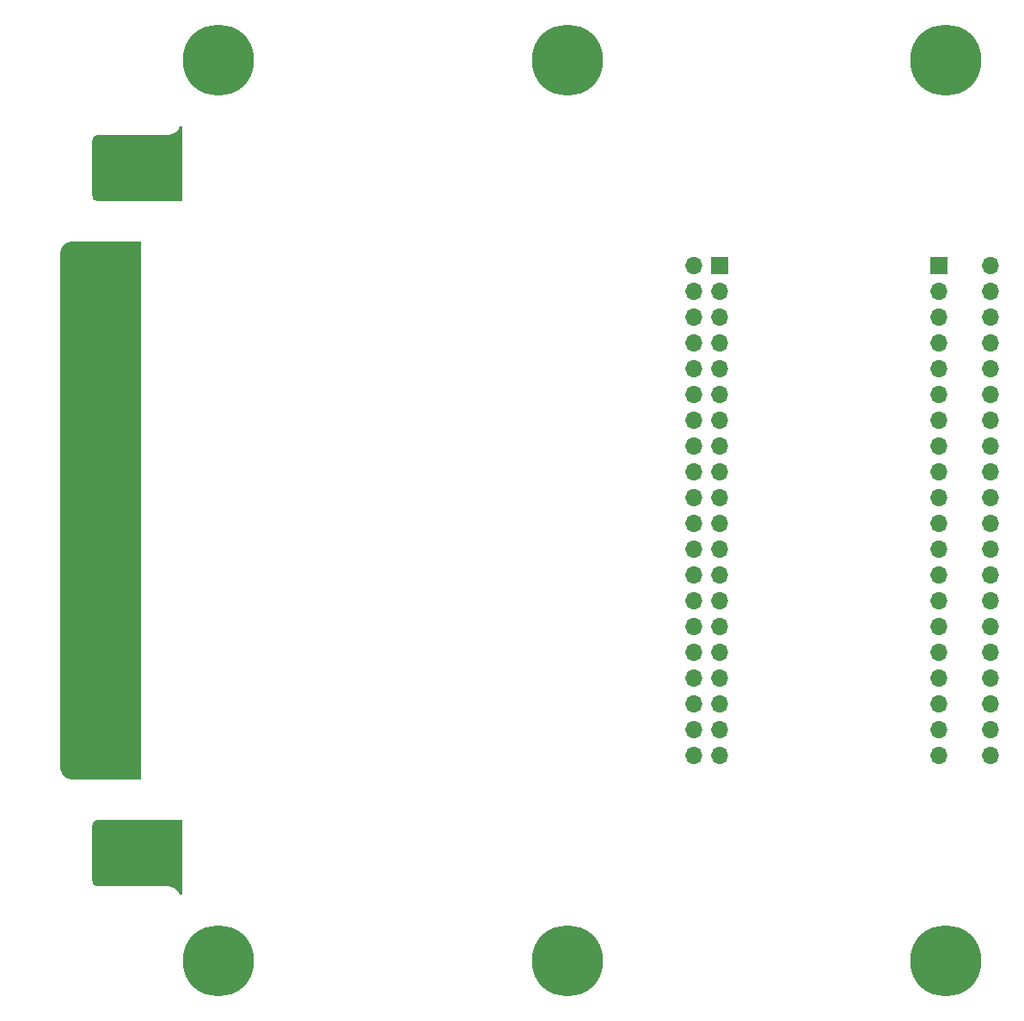
<source format=gts>
%TF.GenerationSoftware,KiCad,Pcbnew,7.0.10-7.0.10~ubuntu22.04.1*%
%TF.CreationDate,2024-01-31T00:33:20-08:00*%
%TF.ProjectId,r11,7231312e-6b69-4636-9164-5f7063625858,rev?*%
%TF.SameCoordinates,Original*%
%TF.FileFunction,Soldermask,Top*%
%TF.FilePolarity,Negative*%
%FSLAX46Y46*%
G04 Gerber Fmt 4.6, Leading zero omitted, Abs format (unit mm)*
G04 Created by KiCad (PCBNEW 7.0.10-7.0.10~ubuntu22.04.1) date 2024-01-31 00:33:20*
%MOMM*%
%LPD*%
G01*
G04 APERTURE LIST*
%ADD10R,6.350000X1.270000*%
%ADD11R,1.700000X1.700000*%
%ADD12O,1.700000X1.700000*%
%ADD13C,7.000000*%
G04 APERTURE END LIST*
D10*
%TO.C,CMALE*%
X56896000Y-42418000D03*
X56896000Y-44958000D03*
X56896000Y-47498000D03*
X56896000Y-50038000D03*
X56896000Y-52578000D03*
X56896000Y-55118000D03*
X56896000Y-57658000D03*
X56896000Y-60198000D03*
X56896000Y-62738000D03*
X56896000Y-65278000D03*
X56896000Y-67818000D03*
X56896000Y-70358000D03*
X56896000Y-72898000D03*
X56896000Y-75438000D03*
X56896000Y-77978000D03*
X56896000Y-80518000D03*
X56896000Y-83058000D03*
X56896000Y-85598000D03*
X56896000Y-88138000D03*
X56896000Y-90678000D03*
%TD*%
D11*
%TO.C,C_FEMALE*%
X139700000Y-42418000D03*
D12*
X144780000Y-42418000D03*
X139700000Y-44958000D03*
X144780000Y-44958000D03*
X139700000Y-47498000D03*
X144780000Y-47498000D03*
X139700000Y-50038000D03*
X144780000Y-50038000D03*
X139700000Y-52578000D03*
X144780000Y-52578000D03*
X139700000Y-55118000D03*
X144780000Y-55118000D03*
X139700000Y-57658000D03*
X144780000Y-57658000D03*
X139700000Y-60198000D03*
X144780000Y-60198000D03*
X139700000Y-62738000D03*
X144780000Y-62738000D03*
X139700000Y-65278000D03*
X144780000Y-65278000D03*
X139700000Y-67818000D03*
X144780000Y-67818000D03*
X139700000Y-70358000D03*
X144780000Y-70358000D03*
X139700000Y-72898000D03*
X144780000Y-72898000D03*
X139700000Y-75438000D03*
X144780000Y-75438000D03*
X139700000Y-77978000D03*
X144780000Y-77978000D03*
X139700000Y-80518000D03*
X144780000Y-80518000D03*
X139700000Y-83058000D03*
X144780000Y-83058000D03*
X139700000Y-85598000D03*
X144780000Y-85598000D03*
X139700000Y-88138000D03*
X144780000Y-88138000D03*
X139700000Y-90678000D03*
X144780000Y-90678000D03*
%TD*%
%TO.C,C_EXT*%
X115570000Y-90678000D03*
X118110000Y-90678000D03*
X115570000Y-88138000D03*
X118110000Y-88138000D03*
X115570000Y-85598000D03*
X118110000Y-85598000D03*
X115570000Y-83058000D03*
X118110000Y-83058000D03*
X115570000Y-80518000D03*
X118110000Y-80518000D03*
X115570000Y-77978000D03*
X118110000Y-77978000D03*
X115570000Y-75438000D03*
X118110000Y-75438000D03*
X115570000Y-72898000D03*
X118110000Y-72898000D03*
X115570000Y-70358000D03*
X118110000Y-70358000D03*
X115570000Y-67818000D03*
X118110000Y-67818000D03*
X115570000Y-65278000D03*
X118110000Y-65278000D03*
X115570000Y-62738000D03*
X118110000Y-62738000D03*
X115570000Y-60198000D03*
X118110000Y-60198000D03*
X115570000Y-57658000D03*
X118110000Y-57658000D03*
X115570000Y-55118000D03*
X118110000Y-55118000D03*
X115570000Y-52578000D03*
X118110000Y-52578000D03*
X115570000Y-50038000D03*
X118110000Y-50038000D03*
X115570000Y-47498000D03*
X118110000Y-47498000D03*
X115570000Y-44958000D03*
X118110000Y-44958000D03*
X115570000Y-42418000D03*
D11*
X118110000Y-42418000D03*
%TD*%
D13*
%TO.C,GND2*%
X103106000Y-22148000D03*
%TD*%
%TO.C,GND4*%
X68706000Y-110948000D03*
%TD*%
%TO.C,GND1*%
X68706000Y-22148000D03*
%TD*%
%TO.C,GND3*%
X140356000Y-22148000D03*
%TD*%
%TO.C,GND6*%
X140356000Y-110948000D03*
%TD*%
%TO.C,GND5*%
X103106000Y-110948000D03*
%TD*%
G36*
X65125454Y-28705916D02*
G01*
X65165108Y-28764807D01*
X65171000Y-28802886D01*
X65171000Y-35942000D01*
X65150998Y-36010121D01*
X65097342Y-36056614D01*
X65045000Y-36068000D01*
X62378191Y-36068000D01*
X62310077Y-36048000D01*
X56814258Y-36048000D01*
X56797812Y-36046922D01*
X56693037Y-36033128D01*
X56661265Y-36024615D01*
X56571326Y-35987361D01*
X56542839Y-35970914D01*
X56465606Y-35911650D01*
X56442349Y-35888393D01*
X56383085Y-35811160D01*
X56366638Y-35782673D01*
X56329384Y-35692734D01*
X56320871Y-35660961D01*
X56307078Y-35556187D01*
X56306000Y-35539742D01*
X56306000Y-30056257D01*
X56307078Y-30039812D01*
X56320871Y-29935038D01*
X56329384Y-29903265D01*
X56366638Y-29813326D01*
X56383085Y-29784839D01*
X56442349Y-29707606D01*
X56465606Y-29684349D01*
X56542839Y-29625085D01*
X56571326Y-29608638D01*
X56661265Y-29571384D01*
X56693038Y-29562871D01*
X56797813Y-29549078D01*
X56814258Y-29548000D01*
X63605998Y-29548000D01*
X63840651Y-29529532D01*
X64069523Y-29474585D01*
X64286984Y-29384510D01*
X64487679Y-29261523D01*
X64487681Y-29261522D01*
X64666660Y-29108660D01*
X64819522Y-28929681D01*
X64819523Y-28929679D01*
X64937567Y-28737051D01*
X64990215Y-28689420D01*
X65060256Y-28677813D01*
X65125454Y-28705916D01*
G37*
G36*
X65113121Y-97048002D02*
G01*
X65159614Y-97101658D01*
X65171000Y-97154000D01*
X65171000Y-104293113D01*
X65150998Y-104361234D01*
X65097342Y-104407727D01*
X65027068Y-104417831D01*
X64962488Y-104388337D01*
X64937568Y-104358948D01*
X64819530Y-104166329D01*
X64819522Y-104166318D01*
X64666660Y-103987339D01*
X64487681Y-103834477D01*
X64487679Y-103834476D01*
X64286984Y-103711489D01*
X64069523Y-103621414D01*
X63840651Y-103566467D01*
X63605998Y-103548000D01*
X56814258Y-103548000D01*
X56797812Y-103546922D01*
X56693037Y-103533128D01*
X56661265Y-103524615D01*
X56571326Y-103487361D01*
X56542839Y-103470914D01*
X56465606Y-103411650D01*
X56442349Y-103388393D01*
X56383085Y-103311160D01*
X56366638Y-103282673D01*
X56329384Y-103192734D01*
X56320871Y-103160961D01*
X56307078Y-103056187D01*
X56306000Y-103039742D01*
X56306000Y-97556257D01*
X56307078Y-97539812D01*
X56320871Y-97435038D01*
X56329384Y-97403265D01*
X56366638Y-97313326D01*
X56383085Y-97284839D01*
X56442349Y-97207606D01*
X56465606Y-97184349D01*
X56542839Y-97125085D01*
X56571326Y-97108638D01*
X56661265Y-97071384D01*
X56693038Y-97062871D01*
X56797813Y-97049078D01*
X56814258Y-97048000D01*
X62320054Y-97048000D01*
X62351408Y-97030879D01*
X62378191Y-97028000D01*
X65045000Y-97028000D01*
X65113121Y-97048002D01*
G37*
G36*
X61048121Y-40068002D02*
G01*
X61094614Y-40121658D01*
X61106000Y-40174000D01*
X61106000Y-92922000D01*
X61085998Y-92990121D01*
X61032342Y-93036614D01*
X60980000Y-93048000D01*
X54361506Y-93048000D01*
X54350524Y-93047521D01*
X54149920Y-93029970D01*
X54128291Y-93026156D01*
X53939123Y-92975469D01*
X53918484Y-92967957D01*
X53740986Y-92885188D01*
X53721966Y-92874206D01*
X53561544Y-92761878D01*
X53544719Y-92747760D01*
X53406239Y-92609280D01*
X53392121Y-92592455D01*
X53279793Y-92432033D01*
X53268811Y-92413013D01*
X53186042Y-92235515D01*
X53178530Y-92214876D01*
X53127843Y-92025708D01*
X53124029Y-92004078D01*
X53106479Y-91803475D01*
X53106000Y-91792494D01*
X53106000Y-41303505D01*
X53106479Y-41292524D01*
X53124029Y-41091921D01*
X53127843Y-41070291D01*
X53178530Y-40881123D01*
X53186042Y-40860484D01*
X53268811Y-40682986D01*
X53279793Y-40663966D01*
X53392121Y-40503544D01*
X53406239Y-40486719D01*
X53544719Y-40348239D01*
X53561544Y-40334121D01*
X53721966Y-40221793D01*
X53740986Y-40210811D01*
X53918484Y-40128042D01*
X53939123Y-40120530D01*
X54128291Y-40069843D01*
X54149921Y-40066029D01*
X54350525Y-40048479D01*
X54361506Y-40048000D01*
X60980000Y-40048000D01*
X61048121Y-40068002D01*
G37*
M02*

</source>
